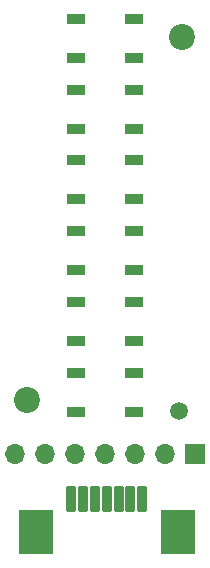
<source format=gbr>
%TF.GenerationSoftware,KiCad,Pcbnew,8.0.2*%
%TF.CreationDate,2025-03-09T15:07:14+01:00*%
%TF.ProjectId,ledPcb,6c656450-6362-42e6-9b69-6361645f7063,rev?*%
%TF.SameCoordinates,Original*%
%TF.FileFunction,Soldermask,Bot*%
%TF.FilePolarity,Negative*%
%FSLAX46Y46*%
G04 Gerber Fmt 4.6, Leading zero omitted, Abs format (unit mm)*
G04 Created by KiCad (PCBNEW 8.0.2) date 2025-03-09 15:07:14*
%MOMM*%
%LPD*%
G01*
G04 APERTURE LIST*
G04 Aperture macros list*
%AMRoundRect*
0 Rectangle with rounded corners*
0 $1 Rounding radius*
0 $2 $3 $4 $5 $6 $7 $8 $9 X,Y pos of 4 corners*
0 Add a 4 corners polygon primitive as box body*
4,1,4,$2,$3,$4,$5,$6,$7,$8,$9,$2,$3,0*
0 Add four circle primitives for the rounded corners*
1,1,$1+$1,$2,$3*
1,1,$1+$1,$4,$5*
1,1,$1+$1,$6,$7*
1,1,$1+$1,$8,$9*
0 Add four rect primitives between the rounded corners*
20,1,$1+$1,$2,$3,$4,$5,0*
20,1,$1+$1,$4,$5,$6,$7,0*
20,1,$1+$1,$6,$7,$8,$9,0*
20,1,$1+$1,$8,$9,$2,$3,0*%
G04 Aperture macros list end*
%ADD10C,2.200000*%
%ADD11R,1.700000X1.700000*%
%ADD12O,1.700000X1.700000*%
%ADD13C,1.500000*%
%ADD14RoundRect,0.102000X0.305000X1.000000X-0.305000X1.000000X-0.305000X-1.000000X0.305000X-1.000000X0*%
%ADD15RoundRect,0.102000X1.340000X1.800000X-1.340000X1.800000X-1.340000X-1.800000X1.340000X-1.800000X0*%
%ADD16R,1.500000X0.900000*%
G04 APERTURE END LIST*
D10*
%TO.C,H2*%
X137033000Y-68580000D03*
%TD*%
%TO.C,H1*%
X123952000Y-99314000D03*
%TD*%
D11*
%TO.C,J1*%
X138176000Y-103886000D03*
D12*
X135636000Y-103886000D03*
X133096000Y-103886000D03*
X130556000Y-103886000D03*
X128016000Y-103886000D03*
X125476000Y-103886000D03*
X122936000Y-103886000D03*
%TD*%
D13*
%TO.C,J3*%
X136779000Y-100203000D03*
%TD*%
D14*
%TO.C,J4*%
X133704000Y-107690000D03*
X132704000Y-107690000D03*
X131704000Y-107690000D03*
X130704000Y-107690000D03*
X129704000Y-107690000D03*
X128704000Y-107690000D03*
X127704000Y-107690000D03*
D15*
X136694000Y-110490000D03*
X124714000Y-110490000D03*
%TD*%
D16*
%TO.C,D10*%
X132969000Y-85028000D03*
X132969000Y-88328000D03*
X128069000Y-88328000D03*
X128069000Y-85028000D03*
%TD*%
%TO.C,D11*%
X132969000Y-91028000D03*
X132969000Y-94328000D03*
X128069000Y-94328000D03*
X128069000Y-91028000D03*
%TD*%
%TO.C,D8*%
X132969000Y-73028000D03*
X132969000Y-76328000D03*
X128069000Y-76328000D03*
X128069000Y-73028000D03*
%TD*%
%TO.C,D9*%
X132969000Y-79028000D03*
X132969000Y-82328000D03*
X128069000Y-82328000D03*
X128069000Y-79028000D03*
%TD*%
%TO.C,D12*%
X132969000Y-97028000D03*
X132969000Y-100328000D03*
X128069000Y-100328000D03*
X128069000Y-97028000D03*
%TD*%
%TO.C,D7*%
X132969000Y-67028000D03*
X132969000Y-70328000D03*
X128069000Y-70328000D03*
X128069000Y-67028000D03*
%TD*%
M02*

</source>
